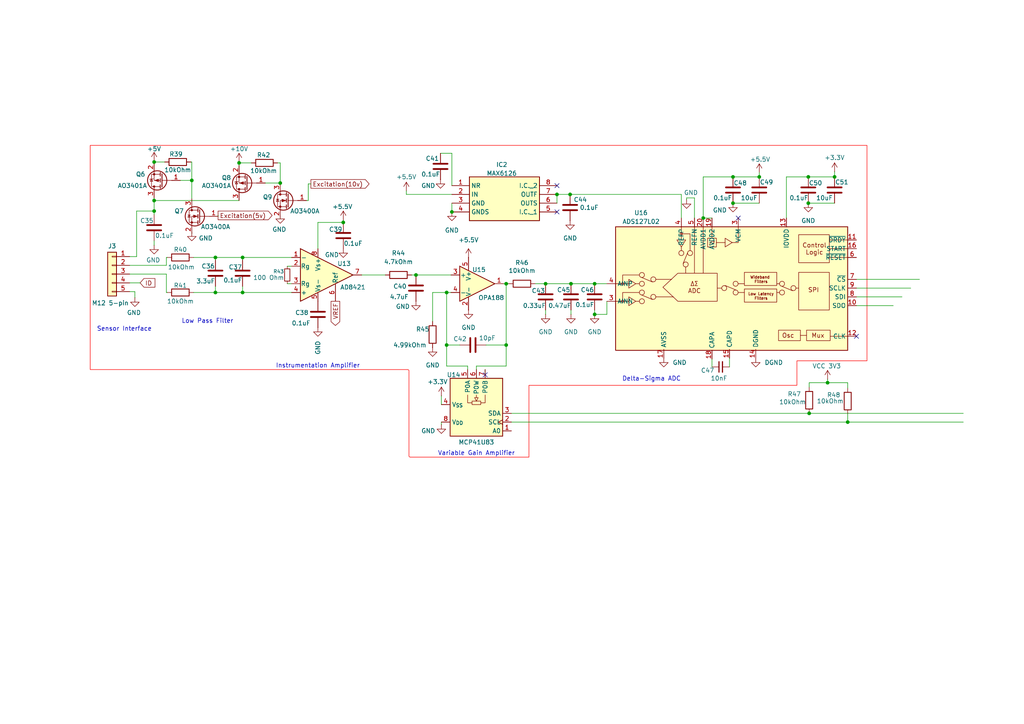
<source format=kicad_sch>
(kicad_sch (version 20250114) (generator "eeschema") (generator_version "9.0")
  (paper "A4")
  (lib_symbols
    (symbol "Amplifier_Instrumentation:AD8421" (pin_names (offset 0.127))
      (property "Reference" "U" (at 3.81 7.62 0))
      (property "Value" "AD8421" (at 3.81 5.08 0))
      (symbol "AD8421_0_1"
        (polyline (pts (xy -7.62 7.62) (xy -7.62 -7.62) (xy 7.62 0) (xy -7.62 7.62)) (stroke (width 0.254)) (fill (type background)))
      )
      (symbol "AD8421_1_1"
        (pin input line (at -10.16 5.08 0) (length 2.54) (name "-") (number "1"))
        (pin passive line (at -10.16 2.54 0) (length 2.54) (name "Rg") (number "2"))
        (pin passive line (at -10.16 -2.54 0) (length 2.54) (name "Rg") (number "3"))
        (pin input line (at -10.16 -5.08 0) (length 2.54) (name "+") (number "4"))
        (pin power_in line (at -2.54 7.62 270) (length 2.54) (name "Vs+") (number "8"))
        (pin power_in line (at -2.54 -7.62 90) (length 2.54) (name "Vs-") (number "5"))
        (pin passive line (at 2.54 -7.62 90) (length 5.08) (name "Ref") (number "6"))
        (pin output line (at 10.16 0 180) (length 2.54) (name "~") (number "7"))
      )
    )
    (symbol "Amplifier_Operational:OPA188xxDBV" (pin_names (offset 0.127))
      (property "Reference" "U" (at 0 5.08 0))
      (property "Value" "OPA188xxDBV" (at 0 -5.08 0))
      (symbol "OPA188xxDBV_0_1"
        (polyline (pts (xy -5.08 5.08) (xy 5.08 0) (xy -5.08 -5.08) (xy -5.08 5.08)) (stroke (width 0.254)) (fill (type background)))
        (pin power_in line (at -2.54 7.62 270) (length 3.81) (name "V+") (number "5"))
        (pin power_in line (at -2.54 -7.62 90) (length 3.81) (name "V-") (number "2"))
      )
      (symbol "OPA188xxDBV_1_1"
        (pin input line (at -7.62 2.54 0) (length 2.54) (name "+") (number "3"))
        (pin input line (at -7.62 -2.54 0) (length 2.54) (name "-") (number "4"))
        (pin output line (at 7.62 0 180) (length 2.54) (name "~") (number "1"))
      )
    )
    (symbol "Connector_Generic:Conn_01x05" (pin_names (offset 1.016) (hide yes))
      (property "Reference" "J" (at 0 7.62 0))
      (property "Value" "Conn_01x05" (at 0 -7.62 0))
      (symbol "Conn_01x05_1_1"
        (rectangle (start -1.27 6.35) (end 1.27 -6.35) (stroke (width 0.254)) (fill (type background)))
        (rectangle (start -1.27 5.207) (end 0 4.953) (stroke (width 0.1524)))
        (rectangle (start -1.27 2.667) (end 0 2.413) (stroke (width 0.1524)))
        (rectangle (start -1.27 0.127) (end 0 -0.127) (stroke (width 0.1524)))
        (rectangle (start -1.27 -2.413) (end 0 -2.667) (stroke (width 0.1524)))
        (rectangle (start -1.27 -4.953) (end 0 -5.207) (stroke (width 0.1524)))
        (pin passive line (at -5.08 5.08 0) (length 3.81) (name "Pin_1") (number "1"))
        (pin passive line (at -5.08 2.54 0) (length 3.81) (name "Pin_2") (number "2"))
        (pin passive line (at -5.08 0 0) (length 3.81) (name "Pin_3") (number "3"))
        (pin passive line (at -5.08 -2.54 0) (length 3.81) (name "Pin_4") (number "4"))
        (pin passive line (at -5.08 -5.08 0) (length 3.81) (name "Pin_5") (number "5"))
      )
    )
    (symbol "Device:C" (pin_numbers (hide yes)) (pin_names (offset 0.254))
      (property "Reference" "C" (at 0.635 2.54 0))
      (property "Value" "C" (at 0.635 -2.54 0))
      (symbol "C_0_1"
        (polyline (pts (xy -2.032 0.762) (xy 2.032 0.762)) (stroke (width 0.508)))
        (polyline (pts (xy -2.032 -0.762) (xy 2.032 -0.762)) (stroke (width 0.508)))
      )
      (symbol "C_1_1"
        (pin passive line (at 0 3.81 270) (length 2.794) (name "~") (number "1"))
        (pin passive line (at 0 -3.81 90) (length 2.794) (name "~") (number "2"))
      )
    )
    (symbol "Device:C_Small" (pin_numbers (hide yes)) (pin_names (offset 0.254) (hide yes))
      (property "Reference" "C" (at 0.254 1.778 0))
      (property "Value" "C_Small" (at 0.254 -2.032 0))
      (symbol "C_Small_0_1"
        (polyline (pts (xy -1.524 0.508) (xy 1.524 0.508)) (stroke (width 0.3048)))
        (polyline (pts (xy -1.524 -0.508) (xy 1.524 -0.508)) (stroke (width 0.3302)))
      )
      (symbol "C_Small_1_1"
        (pin passive line (at 0 2.54 270) (length 2.032) (name "~") (number "1"))
        (pin passive line (at 0 -2.54 90) (length 2.032) (name "~") (number "2"))
      )
    )
    (symbol "Device:R" (pin_numbers (hide yes)) (pin_names (offset 0))
      (property "Reference" "R" (at 2.032 0 90))
      (property "Value" "R" (at 0 0 90))
      (symbol "R_0_1"
        (rectangle (start -1.016 -2.54) (end 1.016 2.54) (stroke (width 0.254)))
      )
      (symbol "R_1_1"
        (pin passive line (at 0 3.81 270) (length 1.27) (name "~") (number "1"))
        (pin passive line (at 0 -3.81 90) (length 1.27) (name "~") (number "2"))
      )
    )
    (symbol "Device:R_Small" (pin_numbers (hide yes)) (pin_names (offset 0.254) (hide yes))
      (property "Reference" "R" (at 0 0 90))
      (property "Value" "R_Small" (at 1.778 0 90))
      (symbol "R_Small_0_1"
        (rectangle (start -0.762 1.778) (end 0.762 -1.778) (stroke (width 0.2032)))
      )
      (symbol "R_Small_1_1"
        (pin passive line (at 0 2.54 270) (length 0.762) (name "~") (number "1"))
        (pin passive line (at 0 -2.54 90) (length 0.762) (name "~") (number "2"))
      )
    )
    (symbol "MAX6126A30+T:MAX6126A30+T"
      (property "Reference" "IC" (at 26.67 7.62 0))
      (property "Value" "MAX6126A30+T" (at 26.67 5.08 0))
      (symbol "MAX6126A30+T_1_1"
        (rectangle (start 5.08 2.54) (end 25.4 -10.16) (stroke (width 0.254)) (fill (type background)))
        (pin passive line (at 0 0 0) (length 5.08) (name "NR") (number "1"))
        (pin passive line (at 0 -2.54 0) (length 5.08) (name "IN") (number "2"))
        (pin passive line (at 0 -5.08 0) (length 5.08) (name "GND") (number "3"))
        (pin passive line (at 0 -7.62 0) (length 5.08) (name "GNDS") (number "4"))
        (pin passive line (at 30.48 0 180) (length 5.08) (name "I.C._2") (number "8"))
        (pin passive line (at 30.48 -2.54 180) (length 5.08) (name "OUTF") (number "7"))
        (pin passive line (at 30.48 -5.08 180) (length 5.08) (name "OUTS") (number "6"))
        (pin passive line (at 30.48 -7.62 180) (length 5.08) (name "I.C._1") (number "5"))
      )
    )
    (symbol "Potentiometer_Digital:MCP4151-xxxx-P"
      (property "Reference" "U7" (at -6.604 11.176 0))
      (property "Value" "MCP41U83" (at 0 -8.382 0))
      (symbol "MCP4151-xxxx-P_0_0"
        (pin power_in line (at -10.16 2.54 0) (length 2.54) (name "V_{SS}") (number "4"))
        (pin power_in line (at -10.16 -2.54 0) (length 2.54) (name "V_{DD}") (number "8"))
        (pin passive line (at -2.54 12.7 270) (length 2.54) (name "P0A") (number "5"))
        (pin passive line (at 0 12.7 270) (length 2.54) (name "P0W") (number "6"))
        (pin passive line (at 2.54 12.7 270) (length 2.54) (name "P0B") (number "7"))
        (pin input clock (at 10.16 -2.54 180) (length 2.54) (name "SCL") (number "2"))
      )
      (symbol "MCP4151-xxxx-P_0_1"
        (polyline (pts (xy -2.54 5.334) (xy -2.54 3.048) (xy -1.27 3.048)))
        (rectangle (start -1.27 2.54) (end 1.27 3.556))
        (polyline (pts (xy -0.508 4.572) (xy 0 3.556) (xy 0.508 4.572) (xy -0.508 4.572)))
        (polyline (pts (xy 0 4.572) (xy 0 5.334)))
        (polyline (pts (xy 1.27 3.048) (xy 2.54 3.048) (xy 2.54 5.334)))
      )
      (symbol "MCP4151-xxxx-P_1_0"
        (pin output line (at 10.16 0 180) (length 2.54) (name "SDA") (number "3"))
        (pin input line (at 10.16 -5.08 180) (length 2.54) (name "A0") (number "1"))
      )
      (symbol "MCP4151-xxxx-P_1_1"
        (rectangle (start -7.62 10.16) (end 7.62 -6.604) (stroke (width 0.254)) (fill (type background)))
      )
    )
    (symbol "Transistor_FET:AO3400A" (pin_names (offset 0) (hide yes))
      (property "Reference" "Q" (at 5.08 1.905 0))
      (property "Value" "AO3400A" (at 5.08 0 0))
      (symbol "AO3400A_0_1"
        (polyline (pts (xy 0.254 1.905) (xy 0.254 -1.905)) (stroke (width 0.254)))
        (polyline (pts (xy 0.254 0) (xy -2.54 0)))
        (polyline (pts (xy 0.762 2.286) (xy 0.762 1.27)) (stroke (width 0.254)))
        (polyline (pts (xy 0.762 0.508) (xy 0.762 -0.508)) (stroke (width 0.254)))
        (polyline (pts (xy 0.762 -1.27) (xy 0.762 -2.286)) (stroke (width 0.254)))
        (polyline (pts (xy 0.762 -1.778) (xy 3.302 -1.778) (xy 3.302 1.778) (xy 0.762 1.778)))
        (polyline (pts (xy 1.016 0) (xy 2.032 0.381) (xy 2.032 -0.381) (xy 1.016 0)) (fill (type outline)))
        (circle (center 1.651 0) (radius 2.794) (stroke (width 0.254)))
        (polyline (pts (xy 2.54 2.54) (xy 2.54 1.778)))
        (circle (center 2.54 1.778) (radius 0.254) (fill (type outline)))
        (circle (center 2.54 -1.778) (radius 0.254) (fill (type outline)))
        (polyline (pts (xy 2.54 -2.54) (xy 2.54 0) (xy 0.762 0)))
        (polyline (pts (xy 2.921 0.381) (xy 3.683 0.381)))
        (polyline (pts (xy 3.302 0.381) (xy 2.921 -0.254) (xy 3.683 -0.254) (xy 3.302 0.381)))
      )
      (symbol "AO3400A_1_1"
        (pin input line (at -5.08 0 0) (length 2.54) (name "G") (number "1"))
        (pin passive line (at 2.54 5.08 270) (length 2.54) (name "D") (number "3"))
        (pin passive line (at 2.54 -5.08 90) (length 2.54) (name "S") (number "2"))
      )
    )
    (symbol "Transistor_FET:AO3401A" (pin_names (hide yes))
      (property "Reference" "Q" (at 5.08 1.905 0))
      (property "Value" "AO3401A" (at 5.08 0 0))
      (symbol "AO3401A_0_1"
        (polyline (pts (xy 0.254 1.905) (xy 0.254 -1.905)) (stroke (width 0.254)))
        (polyline (pts (xy 0.254 0) (xy -2.54 0)))
        (polyline (pts (xy 0.762 2.286) (xy 0.762 1.27)) (stroke (width 0.254)))
        (polyline (pts (xy 0.762 1.778) (xy 3.302 1.778) (xy 3.302 -1.778) (xy 0.762 -1.778)))
        (polyline (pts (xy 0.762 0.508) (xy 0.762 -0.508)) (stroke (width 0.254)))
        (polyline (pts (xy 0.762 -1.27) (xy 0.762 -2.286)) (stroke (width 0.254)))
        (circle (center 1.651 0) (radius 2.794) (stroke (width 0.254)))
        (polyline (pts (xy 2.286 0) (xy 1.27 0.381) (xy 1.27 -0.381) (xy 2.286 0)) (fill (type outline)))
        (polyline (pts (xy 2.54 2.54) (xy 2.54 1.778)))
        (circle (center 2.54 1.778) (radius 0.254) (fill (type outline)))
        (circle (center 2.54 -1.778) (radius 0.254) (fill (type outline)))
        (polyline (pts (xy 2.54 -2.54) (xy 2.54 0) (xy 0.762 0)))
        (polyline (pts (xy 2.794 -0.508) (xy 2.921 -0.381) (xy 3.683 -0.381) (xy 3.81 -0.254)))
        (polyline (pts (xy 3.302 -0.381) (xy 2.921 0.254) (xy 3.683 0.254) (xy 3.302 -0.381)))
      )
      (symbol "AO3401A_1_1"
        (pin input line (at -5.08 0 0) (length 2.54) (name "G") (number "1"))
        (pin passive line (at 2.54 5.08 270) (length 2.54) (name "D") (number "3"))
        (pin passive line (at 2.54 -5.08 90) (length 2.54) (name "S") (number "2"))
      )
    )
    (symbol "gp-components:ADS127L02xRUK"
      (property "Reference" "U" (at -29.972 19.304 0))
      (property "Value" "ADS127L02xRUK" (at 53.086 -35.306 0))
      (symbol "ADS127L02xRUK_0_1"
        (rectangle (start -30.48 17.78) (end 36.83 -18.034) (stroke (width 0.254)) (fill (type background)))
        (polyline (pts (xy -30.48 1.27) (xy -26.67 1.27)))
        (polyline (pts (xy -30.48 -3.81) (xy -26.67 -3.81)))
        (circle (center -28.448 1.27) (radius 0.3592))
        (circle (center -28.448 -3.81) (radius 0.3592))
        (polyline (pts (xy -24.638 1.27) (xy -23.622 1.27)))
        (polyline (pts (xy -24.638 1.27) (xy -26.67 2.54) (xy -26.67 0) (xy -24.638 1.27)))
        (polyline (pts (xy -24.638 -3.81) (xy -23.622 -3.81)))
        (polyline (pts (xy -24.638 -3.81) (xy -26.67 -2.54) (xy -26.67 -5.08) (xy -24.638 -3.81)))
        (polyline (pts (xy -23.622 3.81) (xy -28.448 3.81) (xy -28.448 1.27)))
        (polyline (pts (xy -23.622 -1.27) (xy -28.448 -1.27) (xy -28.448 -3.81)))
        (circle (center -22.86 3.81) (radius 0.7184))
        (polyline (pts (xy -22.86 3.048) (xy -19.812 1.778)))
        (circle (center -22.86 1.27) (radius 0.7184))
        (circle (center -22.86 -1.27) (radius 0.7184))
        (polyline (pts (xy -22.86 -2.032) (xy -19.812 -3.302)))
        (circle (center -22.86 -3.81) (radius 0.7184))
        (circle (center -19.558 2.54) (radius 0.7184))
        (circle (center -19.558 -2.54) (radius 0.7184))
        (polyline (pts (xy -18.796 2.54) (xy -14.224 2.54)))
        (polyline (pts (xy -18.796 -2.54) (xy -13.716 -2.54)))
        (polyline (pts (xy -16.764 0.254) (xy -12.446 4.318) (xy -1.016 4.318) (xy -1.016 -3.81) (xy -12.446 -3.81) (xy -16.764 0.254)))
        (polyline (pts (xy -11.43 17.78) (xy -11.43 13.97)))
        (circle (center -11.43 15.748) (radius 0.3592))
        (polyline (pts (xy -11.43 11.938) (xy -11.43 10.922)))
        (polyline (pts (xy -11.43 11.938) (xy -10.16 13.97) (xy -12.7 13.97) (xy -11.43 11.938)))
        (circle (center -11.43 10.16) (radius 0.7184))
        (circle (center -10.16 6.858) (radius 0.7184))
        (polyline (pts (xy -10.16 6.096) (xy -10.16 4.318)))
        (polyline (pts (xy -9.652 10.16) (xy -10.922 7.112)))
        (polyline (pts (xy -8.89 10.922) (xy -8.89 15.748) (xy -11.43 15.748)))
        (circle (center -8.89 10.16) (radius 0.7184))
        (polyline (pts (xy -7.62 17.78) (xy -7.62 4.318)))
        (polyline (pts (xy -5.08 17.78) (xy -5.08 4.318)))
        (rectangle (start -3.81 14.478) (end -1.27 11.938))
        (polyline (pts (xy -2.54 14.478) (xy -2.54 17.78)))
        (polyline (pts (xy -1.016 0) (xy 0.254 0)))
        (circle (center 1.016 0) (radius 0.7184))
        (polyline (pts (xy 1.27 13.208) (xy -1.27 13.208)))
        (polyline (pts (xy 3.302 13.208) (xy 5.08 13.208) (xy 5.08 17.78)))
        (polyline (pts (xy 3.302 13.208) (xy 1.27 14.478) (xy 1.27 11.938) (xy 3.302 13.208)))
        (circle (center 4.318 1.27) (radius 0.7184))
        (polyline (pts (xy 4.318 -0.508) (xy 1.27 0.762)))
        (circle (center 4.318 -1.27) (radius 0.7184))
        (polyline (pts (xy 5.08 1.27) (xy 6.858 1.27)))
        (polyline (pts (xy 5.08 -1.27) (xy 6.858 -1.27)))
        (rectangle (start 6.858 4.572) (end 16.256 0.762))
        (rectangle (start 6.858 -0.254) (end 16.256 -4.064))
        (rectangle (start 16.764 -12.192) (end 23.114 -15.24))
        (polyline (pts (xy 17.018 1.27) (xy 16.256 1.27)))
        (polyline (pts (xy 17.018 -1.27) (xy 16.256 -1.27)))
        (circle (center 17.78 1.27) (radius 0.7184))
        (polyline (pts (xy 17.78 0.508) (xy 20.828 -0.762)))
        (circle (center 17.78 -1.27) (radius 0.7184))
        (circle (center 21.082 0) (radius 0.7184))
        (polyline (pts (xy 21.844 0) (xy 22.352 0) (xy 22.606 0)))
        (rectangle (start 22.606 15.494) (end 31.496 7.366))
        (rectangle (start 22.606 4.572) (end 31.496 -6.35))
        (polyline (pts (xy 23.114 -13.716) (xy 24.892 -13.716)))
        (rectangle (start 24.892 -12.192) (end 31.75 -15.24))
        (polyline (pts (xy 31.75 -13.97) (xy 36.83 -13.97)))
        (polyline (pts (xy 36.83 13.97) (xy 31.496 13.97)))
        (polyline (pts (xy 36.83 11.43) (xy 31.496 11.43)))
        (polyline (pts (xy 36.83 8.89) (xy 31.496 8.89)))
      )
      (symbol "ADS127L02xRUK_1_1"
        (text "ΔΣ\nADC\n" (at -7.62 0.254 0) (effects (font (size 1.27 1.27))))
        (text "/2\n" (at -2.54 13.208 0) (effects (font (size 0.8 0.8))))
        (text "Wideband \nFilters\n" (at 11.684 2.54 0) (effects (font (size 0.8 0.8))))
        (text "Low Latency\nFilters\n" (at 11.684 -2.286 0) (effects (font (size 0.8 0.8))))
        (text "Osc" (at 19.558 -13.716 0) (effects (font (size 1.27 1.27))))
        (text "SPI\n" (at 26.924 -0.508 0) (effects (font (size 1.27 1.27))))
        (text "Control\nLogic" (at 27.178 11.43 0) (effects (font (size 1.27 1.27))))
        (text "Mux" (at 28.194 -13.716 0) (effects (font (size 1.27 1.27))))
        (pin input line (at -33.02 1.27 0) (length 2.54) (name "AINP") (number "4"))
        (pin input line (at -33.02 -3.81 0) (length 2.54) (name "AINN") (number "3"))
        (pin power_in line (at -16.51 -20.32 90) (length 2.54) (name "AVSS") (number "17"))
        (pin input line (at -11.43 20.32 270) (length 2.54) (name "REFP") (number "4"))
        (pin input line (at -7.62 20.32 270) (length 2.54) (name "REFN") (number "5"))
        (pin passive line (at -5.08 27.94 270) (length 2.54) (hide yes) (name "AVDD") (number "32"))
        (pin power_in line (at -5.08 20.32 270) (length 2.54) (name "AVDD1") (number "20"))
        (pin power_in line (at -2.54 20.32 270) (length 2.54) (name "AVDD2") (number "19"))
        (pin output line (at -2.54 -20.574 90) (length 2.54) (name "CAPA") (number "18"))
        (pin passive line (at -2.54 -27.94 90) (length 2.54) (hide yes) (name "AGND") (number "31"))
        (pin output line (at 2.54 -20.32 90) (length 2.54) (name "CAPD") (number "15"))
        (pin output line (at 5.08 20.32 270) (length 2.54) (name "VCM") (number "3"))
        (pin power_in line (at 10.16 -20.32 90) (length 2.54) (name "DGND") (number "14"))
        (pin power_in line (at 19.05 20.32 270) (length 2.54) (name "IOVDD") (number "13"))
        (pin output line (at 39.37 13.97 180) (length 2.54) (name "~{DRDY}") (number "11"))
        (pin input line (at 39.37 11.43 180) (length 2.54) (name "START") (number "16"))
        (pin input line (at 39.37 8.89 180) (length 2.54) (name "~{RESET}") (number "6"))
        (pin input line (at 39.37 2.54 180) (length 2.54) (name "~{CS}") (number "7"))
        (pin input line (at 39.37 0 180) (length 2.54) (name "SCLK") (number "9"))
        (pin input line (at 39.37 -2.54 180) (length 2.54) (name "SDI") (number "8"))
        (pin output line (at 39.37 -5.08 180) (length 2.54) (name "SDO") (number "10"))
        (pin input line (at 39.37 -13.97 180) (length 2.54) (name "CLK") (number "12"))
      )
    )
    (symbol "power:+10V" (power) (pin_numbers (hide yes)) (pin_names (offset 0) (hide yes))
      (property "Value" "+10V" (at 0 3.556 0))
      (symbol "+10V_0_1"
        (polyline (pts (xy -0.762 1.27) (xy 0 2.54)))
        (polyline (pts (xy 0 2.54) (xy 0.762 1.27)))
        (polyline (pts (xy 0 0) (xy 0 2.54)))
      )
      (symbol "+10V_1_1"
        (pin power_in line (at 0 0 90) (length 0) (name "~") (number "1"))
      )
    )
    (symbol "power:+5V" (power) (pin_numbers (hide yes)) (pin_names (offset 0) (hide yes))
      (property "Value" "+5V" (at 0 3.556 0))
      (symbol "+5V_0_1"
        (polyline (pts (xy -0.762 1.27) (xy 0 2.54)))
        (polyline (pts (xy 0 2.54) (xy 0.762 1.27)))
        (polyline (pts (xy 0 0) (xy 0 2.54)))
      )
      (symbol "+5V_1_1"
        (pin power_in line (at 0 0 90) (length 0) (name "~") (number "1"))
      )
    )
    (symbol "power:GND" (power) (pin_numbers (hide yes)) (pin_names (offset 0) (hide yes))
      (property "Value" "GND" (at 0 -3.81 0))
      (symbol "GND_0_1"
        (polyline (pts (xy 0 0) (xy 0 -1.27) (xy 1.27 -1.27) (xy 0 -2.54) (xy -1.27 -1.27) (xy 0 -1.27)))
      )
      (symbol "GND_1_1"
        (pin power_in line (at 0 0 270) (length 0) (name "~") (number "1"))
      )
    )
    (symbol "power:VCC" (power) (pin_numbers (hide yes)) (pin_names (offset 0) (hide yes))
      (property "Value" "VCC" (at 0 3.556 0))
      (symbol "VCC_0_1"
        (polyline (pts (xy -0.762 1.27) (xy 0 2.54)))
        (polyline (pts (xy 0 2.54) (xy 0.762 1.27)))
        (polyline (pts (xy 0 0) (xy 0 2.54)))
      )
      (symbol "VCC_1_1"
        (pin power_in line (at 0 0 90) (length 0) (name "~") (number "1"))
      )
    )
  )
  (text "Low Pass Filter\n" (at 60.198 93.218 0) (effects (font (size 1.27 1.27))))
  (text "Sensor Interface" (at 36.068 95.504 0) (effects (font (size 1.27 1.27))))
  (text "Instrumentation Amplifier" (at 92.202 106.172 0) (effects (font (size 1.27 1.27))))
  (text "Delta-Sigma ADC" (at 188.976 109.982 0) (effects (font (size 1.27 1.27))))
  (text "Variable Gain Amplifier\n" (at 138.176 131.572 0) (effects (font (size 1.27 1.27))))
  (junction (at 62.484 74.676))
  (junction (at 158.242 82.296))
  (junction (at 129.54 84.836))
  (junction (at 172.466 82.296))
  (junction (at 99.568 64.516))
  (junction (at 69.342 47.244))
  (junction (at 44.704 61.214))
  (junction (at 81.28 53.086))
  (junction (at 203.962 63.246))
  (junction (at 234.442 58.928))
  (junction (at 62.484 84.836))
  (junction (at 146.812 100.076))
  (junction (at 165.608 82.296))
  (junction (at 131.064 61.468))
  (junction (at 120.65 79.756))
  (junction (at 161.544 56.388))
  (junction (at 70.358 74.676))
  (junction (at 165.354 56.388))
  (junction (at 212.598 51.308))
  (junction (at 240.03 110.998))
  (junction (at 146.812 82.296))
  (junction (at 70.358 84.836))
  (junction (at 245.872 122.428))
  (junction (at 234.696 119.888))
  (junction (at 220.218 51.308))
  (junction (at 172.466 91.186))
  (junction (at 129.54 100.076))
  (junction (at 234.442 51.308))
  (junction (at 242.062 51.308))
  (junction (at 55.626 52.324))
  (junction (at 212.598 58.928))
  (junction (at 44.704 58.166))
  (junction (at 44.704 46.99))
  (no_connect (at 140.716 108.712))
  (no_connect (at 214.122 63.246))
  (no_connect (at 161.544 53.848))
  (no_connect (at 161.544 61.468))
  (no_connect (at 248.412 97.536))
  (wire (pts (xy 165.608 82.296) (xy 172.466 82.296)))
  (wire (pts (xy 129.54 84.836) (xy 129.54 100.076)))
  (wire (pts (xy 70.358 83.058) (xy 70.358 84.836)))
  (wire (pts (xy 206.502 104.14) (xy 206.502 106.426)))
  (wire (pts (xy 234.696 119.888) (xy 279.4 119.888)))
  (wire (pts (xy 56.134 74.676) (xy 62.484 74.676)))
  (wire (pts (xy 83.312 82.296) (xy 84.582 82.296)))
  (wire (pts (xy 52.324 52.324) (xy 55.626 52.324)))
  (wire (pts (xy 70.358 74.422) (xy 70.358 74.676)))
  (wire (pts (xy 76.962 53.086) (xy 81.28 53.086)))
  (wire (pts (xy 240.03 109.982) (xy 240.03 110.998)))
  (wire (pts (xy 245.872 112.522) (xy 245.872 110.998)))
  (wire (pts (xy 201.422 57.404) (xy 201.422 63.246)))
  (wire (pts (xy 119.38 79.756) (xy 120.65 79.756)))
  (wire (pts (xy 128.016 114.808) (xy 128.016 117.348)))
  (wire (pts (xy 172.466 82.296) (xy 176.022 82.296)))
  (wire (pts (xy 39.624 61.214) (xy 44.704 61.214)))
  (wire (pts (xy 140.716 108.712) (xy 140.716 107.188)))
  (wire (pts (xy 44.704 57.404) (xy 44.704 58.166)))
  (wire (pts (xy 140.97 100.076) (xy 146.812 100.076)))
  (wire (pts (xy 99.568 64.516) (xy 99.568 63.754)))
  (wire (pts (xy 120.65 79.756) (xy 130.81 79.756)))
  (wire (pts (xy 44.704 46.99) (xy 44.704 47.244)))
  (wire (pts (xy 165.608 89.916) (xy 165.608 91.186)))
  (wire (pts (xy 203.962 51.308) (xy 212.598 51.308)))
  (wire (pts (xy 37.592 84.582) (xy 39.116 84.582)))
  (wire (pts (xy 197.612 56.388) (xy 197.612 63.246)))
  (wire (pts (xy 158.242 91.186) (xy 158.242 89.916)))
  (wire (pts (xy 228.092 51.308) (xy 234.442 51.308)))
  (wire (pts (xy 172.466 91.186) (xy 172.466 89.916)))
  (wire (pts (xy 92.202 64.516) (xy 92.202 72.136)))
  (wire (pts (xy 203.962 63.246) (xy 206.502 63.246)))
  (wire (pts (xy 70.358 74.422) (xy 70.612 74.422)))
  (wire (pts (xy 172.466 91.186) (xy 176.022 91.186)))
  (wire (pts (xy 234.696 112.268) (xy 234.696 110.998)))
  (wire (pts (xy 248.412 86.106) (xy 261.62 86.106)))
  (wire (pts (xy 242.062 49.784) (xy 242.062 51.308)))
  (wire (pts (xy 165.354 56.388) (xy 197.612 56.388)))
  (wire (pts (xy 161.544 56.388) (xy 161.544 58.928)))
  (wire (pts (xy 148.336 122.428) (xy 245.872 122.428)))
  (wire (pts (xy 81.28 47.244) (xy 81.28 53.086)))
  (wire (pts (xy 48.26 76.962) (xy 37.592 76.962)))
  (wire (pts (xy 44.704 58.166) (xy 69.342 58.166)))
  (wire (pts (xy 203.962 51.308) (xy 203.962 63.246)))
  (wire (pts (xy 89.408 53.34) (xy 89.408 58.166)))
  (wire (pts (xy 63.246 62.738) (xy 63.246 62.484)))
  (wire (pts (xy 138.176 106.172) (xy 138.176 107.188)))
  (wire (pts (xy 176.022 91.186) (xy 176.022 87.376)))
  (wire (pts (xy 131.064 61.468) (xy 131.064 58.928)))
  (wire (pts (xy 199.136 57.912) (xy 199.136 57.404)))
  (wire (pts (xy 211.582 103.886) (xy 211.582 106.426)))
  (wire (pts (xy 55.626 46.99) (xy 55.626 52.324)))
  (wire (pts (xy 242.062 58.928) (xy 234.442 58.928)))
  (wire (pts (xy 48.26 84.836) (xy 48.514 84.836)))
  (wire (pts (xy 220.218 51.308) (xy 212.598 51.308)))
  (wire (pts (xy 129.54 84.836) (xy 125.476 84.836)))
  (wire (pts (xy 129.54 106.172) (xy 129.54 100.076)))
  (wire (pts (xy 89.408 53.34) (xy 90.17 53.34)))
  (wire (pts (xy 48.26 84.836) (xy 48.26 79.502)))
  (wire (pts (xy 44.704 69.85) (xy 44.704 71.12)))
  (wire (pts (xy 89.408 58.166) (xy 88.9 58.166)))
  (wire (pts (xy 62.484 74.676) (xy 70.358 74.676)))
  (wire (pts (xy 80.518 47.244) (xy 81.28 47.244)))
  (wire (pts (xy 128.016 122.428) (xy 128.016 123.19)))
  (wire (pts (xy 70.358 74.676) (xy 70.358 75.438)))
  (wire (pts (xy 81.28 63.246) (xy 81.28 62.23)))
  (wire (pts (xy 70.358 84.836) (xy 84.582 84.836)))
  (wire (pts (xy 146.812 82.296) (xy 146.812 100.076)))
  (wire (pts (xy 39.116 84.582) (xy 39.116 86.36)))
  (wire (pts (xy 146.05 82.296) (xy 146.812 82.296)))
  (wire (pts (xy 62.484 74.676) (xy 62.484 75.438)))
  (wire (pts (xy 48.26 79.502) (xy 37.592 79.502)))
  (wire (pts (xy 39.624 74.422) (xy 37.592 74.422)))
  (wire (pts (xy 83.312 77.216) (xy 84.582 77.216)))
  (wire (pts (xy 48.26 74.676) (xy 48.514 74.676)))
  (wire (pts (xy 44.704 58.166) (xy 44.704 61.214)))
  (wire (pts (xy 155.194 82.296) (xy 158.242 82.296)))
  (wire (pts (xy 62.484 84.836) (xy 70.358 84.836)))
  (wire (pts (xy 161.544 56.388) (xy 165.354 56.388)))
  (wire (pts (xy 55.372 46.99) (xy 55.626 46.99)))
  (wire (pts (xy 245.872 120.142) (xy 245.872 122.428)))
  (wire (pts (xy 245.872 122.428) (xy 279.4 122.428)))
  (wire (pts (xy 69.342 47.244) (xy 72.898 47.244)))
  (wire (pts (xy 146.812 82.296) (xy 147.574 82.296)))
  (wire (pts (xy 129.54 100.076) (xy 133.35 100.076)))
  (wire (pts (xy 62.484 83.058) (xy 62.484 84.836)))
  (wire (pts (xy 39.624 61.214) (xy 39.624 74.422)))
  (wire (pts (xy 248.412 81.026) (xy 266.7 81.026)))
  (wire (pts (xy 104.902 79.756) (xy 111.76 79.756)))
  (wire (pts (xy 245.872 110.998) (xy 240.03 110.998)))
  (wire (pts (xy 199.136 57.404) (xy 201.422 57.404)))
  (wire (pts (xy 69.342 46.99) (xy 69.342 47.244)))
  (wire (pts (xy 148.336 119.888) (xy 234.696 119.888)))
  (wire (pts (xy 55.626 52.324) (xy 55.626 57.658)))
  (wire (pts (xy 127.762 44.45) (xy 131.064 44.45)))
  (wire (pts (xy 69.342 47.244) (xy 69.342 48.006)))
  (wire (pts (xy 117.856 55.372) (xy 117.856 56.388)))
  (wire (pts (xy 228.092 51.308) (xy 228.092 63.246)))
  (wire (pts (xy 242.062 51.308) (xy 234.442 51.308)))
  (wire (pts (xy 55.626 67.818) (xy 55.626 67.31)))
  (wire (pts (xy 130.81 84.836) (xy 129.54 84.836)))
  (wire (pts (xy 135.636 106.172) (xy 135.636 107.188)))
  (wire (pts (xy 99.568 64.516) (xy 92.202 64.516)))
  (wire (pts (xy 158.242 82.296) (xy 165.608 82.296)))
  (wire (pts (xy 44.704 46.736) (xy 44.704 46.99)))
  (wire (pts (xy 131.064 44.45) (xy 131.064 53.848)))
  (wire (pts (xy 37.592 82.042) (xy 40.64 82.042)))
  (wire (pts (xy 48.26 74.676) (xy 48.26 76.962)))
  (wire (pts (xy 240.03 110.998) (xy 234.696 110.998)))
  (wire (pts (xy 135.636 106.172) (xy 129.54 106.172)))
  (wire (pts (xy 56.134 84.836) (xy 62.484 84.836)))
  (wire (pts (xy 242.062 51.308) (xy 242.062 51.562)))
  (wire (pts (xy 44.704 62.23) (xy 44.704 61.214)))
  (wire (pts (xy 44.704 46.99) (xy 47.752 46.99)))
  (wire (pts (xy 125.476 84.836) (xy 125.476 93.218)))
  (wire (pts (xy 70.358 74.676) (xy 84.582 74.676)))
  (wire (pts (xy 146.812 100.076) (xy 146.812 106.172)))
  (wire (pts (xy 146.812 106.172) (xy 138.176 106.172)))
  (wire (pts (xy 220.218 58.928) (xy 212.598 58.928)))
  (wire (pts (xy 248.412 88.646) (xy 259.08 88.646)))
  (wire (pts (xy 117.856 56.388) (xy 131.064 56.388)))
  (wire (pts (xy 220.218 50.038) (xy 220.218 51.308)))
  (wire (pts (xy 248.412 83.566) (xy 264.16 83.566)))
  (global_label "ID" (shape input) (at 40.64 82.042 0) (property "Intersheetrefs" "${INTERSHEET_REFS}" (effects (hide yes))))
  (global_label "Excitation(5v)" (shape output) (at 63.246 62.484 0) (property "Intersheetrefs" "${INTERSHEET_REFS}" (effects (hide yes))))
  (global_label "VREF" (shape output) (at 97.282 87.376 270) (property "Intersheetrefs" "${INTERSHEET_REFS}" (effects (hide yes))))
  (global_label "Excitation(10v)" (shape output) (at 90.17 53.34 0) (property "Intersheetrefs" "${INTERSHEET_REFS}" (effects (hide yes))))
  (rule_area (polyline (pts (xy 251.46 104.648) (xy 231.14 104.648) (xy 231.14 111.76) (xy 153.416 111.76) (xy 153.416 132.588) (xy 118.872 132.588) (xy 118.618 132.334) (xy 118.618 107.442) (xy 118.364 107.188) (xy 26.162 107.188) (xy 26.162 42.164) (xy 251.46 42.164))))
  (symbol (lib_id "Amplifier_Operational:OPA188xxDBV") (at 138.43 82.296 0) (unit 1)
    (property "Reference" "U15" (at 138.938 78.232 0))
    (property "Value" "OPA188" (at 142.494 86.36 0))
    (property "Footprint" "Package_TO_SOT_SMD:TSOT-23-5" (effects (hide yes)))
    (property "Datasheet" "http://www.ti.com/lit/ds/symlink/opa188.pdf" (effects (hide yes)))
    (property "Description" "Zero-Drift, Precision, Low-Noise, Rail-to-Rail Output, 36-V Operational Amplifier, TSOT-23-5" (effects (hide yes)))
  )
  (symbol (lib_id "Transistor_FET:AO3400A") (at 83.82 58.166 0) (mirror y) (unit 1)
    (property "Reference" "Q9" (at 78.994 57.15 0) (effects (justify left)))
    (property "Value" "AO3400A" (at 92.71 61.214 0) (effects (justify left)))
    (property "Footprint" "Package_TO_SOT_SMD:SOT-23" (effects (hide yes)))
    (property "Datasheet" "http://www.aosmd.com/pdfs/datasheet/AO3400A.pdf" (effects (hide yes)))
    (property "Description" "30V Vds, 5.7A Id, Logic-Level N-Channel MOSFET, SOT-23" (effects (hide yes)))
  )
  (symbol (lib_id "Device:R") (at 115.57 79.756 270) (unit 1)
    (property "Reference" "R44" (at 115.57 73.406 90))
    (property "Value" "4.7kOhm" (at 115.57 75.946 90))
    (property "Description" "Resistor" (effects (hide yes)))
  )
  (symbol (lib_id "Device:R") (at 52.324 74.676 270) (unit 1)
    (property "Reference" "R40" (at 52.324 72.39 90))
    (property "Value" "10kOhm" (at 52.578 77.47 90))
    (property "Description" "Resistor" (effects (hide yes)))
  )
  (symbol (lib_id "power:GND") (at 131.064 61.468 0) (unit 1)
    (property "Reference" "#PWR0127" (effects (hide yes)))
    (property "Value" "GND" (at 131.064 66.802 0))
    (property "Description" "Power symbol creates a global label with name \"GND\" , ground" (effects (hide yes)))
  )
  (symbol (lib_id "power:GND") (at 199.136 57.912 0) (unit 1)
    (property "Reference" "#PWR0135" (effects (hide yes)))
    (property "Value" "GND" (at 200.406 55.88 0))
    (property "Description" "Power symbol creates a global label with name \"GND\" , ground" (effects (hide yes)))
  )
  (symbol (lib_id "Device:C") (at 44.704 66.04 0) (unit 1)
    (property "Reference" "C35" (at 40.64 64.008 0) (effects (justify left)))
    (property "Value" "0.1uF" (at 44.958 68.326 0) (effects (justify left)))
    (property "Description" "Unpolarized capacitor" (effects (hide yes)))
  )
  (symbol (lib_id "power:VCC") (at 128.016 114.808 0) (unit 1)
    (property "Reference" "#PWR0125" (effects (hide yes)))
    (property "Value" "+3.3V" (at 123.952 110.744 0) (effects (justify left)))
    (property "Description" "Power symbol creates a global label with name \"VCC\"" (effects (hide yes)))
  )
  (symbol (lib_id "power:GND") (at 212.598 58.928 0) (mirror y) (unit 1)
    (property "Reference" "#PWR0137" (effects (hide yes)))
    (property "Value" "GND" (at 208.788 60.96 0))
    (property "Description" "Power symbol creates a global label with name \"GND\" , ground" (effects (hide yes)))
  )
  (symbol (lib_id "Device:C") (at 99.568 68.326 180) (unit 1)
    (property "Reference" "C39" (at 99.314 66.548 0) (effects (justify left)))
    (property "Value" "0.1uF" (at 105.156 70.612 0) (effects (justify left)))
    (property "Description" "Unpolarized capacitor" (effects (hide yes)))
  )
  (symbol (lib_id "power:VCC") (at 242.062 49.784 0) (mirror y) (unit 1)
    (property "Reference" "#PWR0142" (effects (hide yes)))
    (property "Value" "+3.3V" (at 242.062 45.72 0))
    (property "Description" "Power symbol creates a global label with name \"VCC\"" (effects (hide yes)))
  )
  (symbol (lib_id "Device:C") (at 220.218 55.118 0) (mirror y) (unit 1)
    (property "Reference" "C49" (at 224.282 52.832 0) (effects (justify left)))
    (property "Value" "10uF" (at 219.71 57.404 0) (effects (justify left)))
    (property "Description" "Unpolarized capacitor" (effects (hide yes)))
  )
  (symbol (lib_id "Device:C") (at 158.242 86.106 0) (unit 1)
    (property "Reference" "C43" (at 154.178 84.328 0) (effects (justify left)))
    (property "Value" "0.33uF" (at 151.638 88.646 0) (effects (justify left)))
    (property "Description" "Unpolarized capacitor" (effects (hide yes)))
  )
  (symbol (lib_id "Connector_Generic:Conn_01x05") (at 32.512 79.502 0) (mirror y) (unit 1)
    (property "Reference" "J3" (at 32.512 71.374 0))
    (property "Value" "M12 5-pin" (at 32.004 87.884 0))
    (property "Description" "Generic connector, single row, 01x05, script generated (kicad-library-utils/schlib/autogen/connector/)" (effects (hide yes)))
  )
  (symbol (lib_id "power:VCC") (at 99.568 63.754 0) (unit 1)
    (property "Reference" "#PWR0119" (effects (hide yes)))
    (property "Value" "+5.5V" (at 99.314 59.944 0))
    (property "Description" "Power symbol creates a global label with name \"VCC\"" (effects (hide yes)))
  )
  (symbol (lib_id "Device:R") (at 52.324 84.836 90) (unit 1)
    (property "Reference" "R41" (at 52.324 82.804 90))
    (property "Value" "10kOhm" (at 52.324 87.376 90))
    (property "Description" "Resistor" (effects (hide yes)))
  )
  (symbol (lib_id "Device:C_Small") (at 209.042 106.426 90) (unit 1)
    (property "Reference" "C47" (at 205.232 107.442 90))
    (property "Value" "10nF" (at 208.534 109.728 90))
    (property "Description" "Unpolarized capacitor, small symbol" (effects (hide yes)))
  )
  (symbol (lib_id "Device:R") (at 151.384 82.296 270) (unit 1)
    (property "Reference" "R46" (at 151.384 76.2 90))
    (property "Value" "10kOhm" (at 151.384 78.486 90))
    (property "Description" "Resistor" (effects (hide yes)))
  )
  (symbol (lib_id "power:GND") (at 135.89 89.916 0) (unit 1)
    (property "Reference" "#PWR0129" (effects (hide yes)))
    (property "Value" "GND" (at 135.89 94.996 0))
    (property "Description" "Power symbol creates a global label with name \"GND\" , ground" (effects (hide yes)))
  )
  (symbol (lib_id "Transistor_FET:AO3401A") (at 47.244 52.324 180) (unit 1)
    (property "Reference" "Q6" (at 42.164 50.546 0) (effects (justify left)))
    (property "Value" "AO3401A" (at 42.672 53.848 0) (effects (justify left)))
    (property "Footprint" "Package_TO_SOT_SMD:SOT-23" (effects (hide yes)))
    (property "Datasheet" "http://www.aosmd.com/pdfs/datasheet/AO3401A.pdf" (effects (hide yes)))
    (property "Description" "-4.0A Id, -30V Vds, P-Channel MOSFET, SOT-23" (effects (hide yes)))
  )
  (symbol (lib_id "power:GND") (at 219.202 103.886 0) (unit 1)
    (property "Reference" "#PWR0138" (effects (hide yes)))
    (property "Value" "DGND" (at 221.742 105.1559 0) (effects (justify left)))
    (property "Description" "Power symbol creates a global label with name \"GND\" , ground" (effects (hide yes)))
  )
  (symbol (lib_id "power:+10V") (at 69.342 46.99 0) (mirror y) (unit 1)
    (property "Reference" "#PWR0116" (effects (hide yes)))
    (property "Value" "+10V" (at 69.342 43.18 0))
    (property "Description" "Power symbol creates a global label with name \"+10V\"" (effects (hide yes)))
  )
  (symbol (lib_id "power:GND") (at 234.442 58.928 0) (mirror y) (unit 1)
    (property "Reference" "#PWR0140" (effects (hide yes)))
    (property "Value" "GND" (at 234.442 64.008 0))
    (property "Description" "Power symbol creates a global label with name \"GND\" , ground" (effects (hide yes)))
  )
  (symbol (lib_id "power:GND") (at 172.466 91.186 0) (unit 1)
    (property "Reference" "#PWR0133" (effects (hide yes)))
    (property "Value" "GND" (at 172.466 96.266 0))
    (property "Description" "Power symbol creates a global label with name \"GND\" , ground" (effects (hide yes)))
  )
  (symbol (lib_id "power:GND") (at 192.532 103.886 0) (unit 1)
    (property "Reference" "#PWR0134" (effects (hide yes)))
    (property "Value" "GND" (at 195.072 105.1559 0) (effects (justify left)))
    (property "Description" "Power symbol creates a global label with name \"GND\" , ground" (effects (hide yes)))
  )
  (symbol (lib_id "power:VCC") (at 117.856 55.372 0) (unit 1)
    (property "Reference" "#PWR0121" (effects (hide yes)))
    (property "Value" "+5.5V" (at 117.856 51.308 0))
    (property "Description" "Power symbol creates a global label with name \"VCC\"" (effects (hide yes)))
  )
  (symbol (lib_id "Device:R") (at 76.708 47.244 270) (unit 1)
    (property "Reference" "R42" (at 76.454 44.958 90))
    (property "Value" "10kOhm" (at 76.454 49.53 90))
    (property "Description" "Resistor" (effects (hide yes)))
  )
  (symbol (lib_id "power:GND") (at 81.28 62.23 0) (unit 1)
    (property "Reference" "#PWR0117" (effects (hide yes)))
    (property "Value" "GND" (at 83.058 66.548 0) (effects (justify right)))
    (property "Description" "Power symbol creates a global label with name \"GND\" , ground" (effects (hide yes)))
  )
  (symbol (lib_id "power:GND") (at 128.016 123.19 0) (unit 1)
    (property "Reference" "#PWR0126" (effects (hide yes)))
    (property "Value" "GND" (at 124.206 124.968 0))
    (property "Description" "Power symbol creates a global label with name \"GND\" , ground" (effects (hide yes)))
  )
  (symbol (lib_id "Device:C") (at 165.608 86.106 0) (unit 1)
    (property "Reference" "C45" (at 161.544 84.074 0) (effects (justify left)))
    (property "Value" "0.47uF" (at 159.004 88.646 0) (effects (justify left)))
    (property "Description" "Unpolarized capacitor" (effects (hide yes)))
  )
  (symbol (lib_id "power:GND") (at 165.608 91.186 0) (unit 1)
    (property "Reference" "#PWR0132" (effects (hide yes)))
    (property "Value" "GND" (at 165.608 96.266 0))
    (property "Description" "Power symbol creates a global label with name \"GND\" , ground" (effects (hide yes)))
  )
  (symbol (lib_id "Device:R") (at 245.872 116.332 180) (unit 1)
    (property "Reference" "R48" (at 241.808 114.554 0))
    (property "Value" "10kOhm" (at 240.792 116.332 0))
    (property "Description" "Resistor" (effects (hide yes)))
  )
  (symbol (lib_id "Device:C") (at 127.762 48.26 0) (unit 1)
    (property "Reference" "C41" (at 123.444 45.974 0) (effects (justify left)))
    (property "Value" "0.1uF" (at 122.174 50.546 0) (effects (justify left)))
    (property "Description" "Unpolarized capacitor" (effects (hide yes)))
  )
  (symbol (lib_id "Device:C") (at 92.202 91.186 0) (unit 1)
    (property "Reference" "C38" (at 85.598 90.678 0) (effects (justify left)))
    (property "Value" "0.1uF" (at 84.582 93.726 0) (effects (justify left)))
    (property "Description" "Unpolarized capacitor" (effects (hide yes)))
  )
  (symbol (lib_id "Transistor_FET:AO3401A") (at 71.882 53.086 180) (unit 1)
    (property "Reference" "Q8" (at 67.056 51.562 0) (effects (justify left)))
    (property "Value" "AO3401A" (at 67.056 53.848 0) (effects (justify left)))
    (property "Footprint" "Package_TO_SOT_SMD:SOT-23" (effects (hide yes)))
    (property "Datasheet" "http://www.aosmd.com/pdfs/datasheet/AO3401A.pdf" (effects (hide yes)))
    (property "Description" "-4.0A Id, -30V Vds, P-Channel MOSFET, SOT-23" (effects (hide yes)))
  )
  (symbol (lib_id "power:GND") (at 99.568 72.136 0) (unit 1)
    (property "Reference" "#PWR0120" (effects (hide yes)))
    (property "Value" "GND" (at 96.266 73.914 0))
    (property "Description" "Power symbol creates a global label with name \"GND\" , ground" (effects (hide yes)))
  )
  (symbol (lib_id "Amplifier_Instrumentation:AD8421") (at 94.742 79.756 0) (unit 1)
    (property "Reference" "U13" (at 99.822 76.454 0))
    (property "Value" "AD8421" (at 102.362 83.312 0))
    (property "Datasheet" "https://www.analog.com/media/en/technical-documentation/data-sheets/AD8421.pdf" (effects (hide yes)))
    (property "Description" "Single Low Power Instrumentation Amplifier, SOIC-8/MSOP-8" (effects (hide yes)))
  )
  (symbol (lib_id "power:GND") (at 165.354 64.008 0) (unit 1)
    (property "Reference" "#PWR0131" (effects (hide yes)))
    (property "Value" "GND" (at 165.354 69.088 0))
    (property "Description" "Power symbol creates a global label with name \"GND\" , ground" (effects (hide yes)))
  )
  (symbol (lib_id "Device:R") (at 51.562 46.99 270) (unit 1)
    (property "Reference" "R39" (at 51.054 44.704 90))
    (property "Value" "10kOhm" (at 51.562 49.276 90))
    (property "Description" "Resistor" (effects (hide yes)))
  )
  (symbol (lib_id "Device:C") (at 62.484 79.248 0) (unit 1)
    (property "Reference" "C36" (at 58.42 77.216 0) (effects (justify left)))
    (property "Value" "3.3uF" (at 56.896 81.534 0) (effects (justify left)))
    (property "Description" "Unpolarized capacitor" (effects (hide yes)))
  )
  (symbol (lib_id "Device:C") (at 137.16 100.076 90) (unit 1)
    (property "Reference" "C42" (at 135.382 98.298 90) (effects (justify left)))
    (property "Value" "10pF" (at 143.764 98.044 90) (effects (justify left)))
    (property "Description" "Unpolarized capacitor" (effects (hide yes)))
  )
  (symbol (lib_id "Device:C") (at 242.062 55.118 0) (mirror y) (unit 1)
    (property "Reference" "C51" (at 246.126 52.832 0) (effects (justify left)))
    (property "Value" "10uF" (at 241.554 57.404 0) (effects (justify left)))
    (property "Description" "Unpolarized capacitor" (effects (hide yes)))
  )
  (symbol (lib_id "power:GND") (at 44.704 71.12 0) (unit 1)
    (property "Reference" "#PWR0114" (effects (hide yes)))
    (property "Value" "GND" (at 46.482 75.438 0) (effects (justify right)))
    (property "Description" "Power symbol creates a global label with name \"GND\" , ground" (effects (hide yes)))
  )
  (symbol (lib_id "power:VCC") (at 135.89 74.676 0) (unit 1)
    (property "Reference" "#PWR0128" (effects (hide yes)))
    (property "Value" "+5.5V" (at 135.89 69.596 0))
    (property "Description" "Power symbol creates a global label with name \"VCC\"" (effects (hide yes)))
  )
  (symbol (lib_id "gp-components:ADS127L02xRUK") (at 209.042 83.566 0) (unit 1)
    (property "Reference" "U16" (at 185.928 61.722 0))
    (property "Value" "ADS127L02" (at 185.928 64.262 0))
    (property "Footprint" "Package_QFP:TQFP-32_5x5mm_P0.5mm" (effects (hide yes)))
    (property "Datasheet" "https://www.ti.com/lit/ds/symlink/ads127l01.pdf" (effects (hide yes)))
    (property "Description" "24-bit delta-sigma ADC, Single Channel, 512 kSPS, SPI & Frame-Sync interface, TQFP-32" (effects (hide yes)))
  )
  (symbol (lib_id "power:GND") (at 120.65 87.376 0) (unit 1)
    (property "Reference" "#PWR0122" (effects (hide yes)))
    (property "Value" "GND" (at 116.84 88.9 0))
    (property "Description" "Power symbol creates a global label with name \"GND\" , ground" (effects (hide yes)))
  )
  (symbol (lib_id "Potentiometer_Digital:MCP4151-xxxx-P") (at 138.176 119.888 0) (unit 1)
    (property "Reference" "U14" (at 131.572 108.712 0))
    (property "Value" "MCP41U83" (at 138.176 128.27 0))
    (property "Footprint" "Package_DIP:DIP-8_W7.62mm" (effects (hide yes)))
    (property "Datasheet" "https://ww1.microchip.com/downloads/aemDocuments/documents/OTH/ProductDocuments/DataSheets/22060b.pdf" (effects (hide yes)))
    (property "Description" "Single Digital Potentiometer, SPI interface, 257 taps, 5/10/50/100 kohm, volatile memory" (effects (hide yes)))
  )
  (symbol (lib_id "Device:R") (at 234.696 116.078 180) (unit 1)
    (property "Reference" "R47" (at 230.378 114.3 0))
    (property "Value" "10kOhm" (at 229.87 116.586 0))
    (property "Description" "Resistor" (effects (hide yes)))
  )
  (symbol (lib_id "power:GND") (at 158.242 91.186 0) (unit 1)
    (property "Reference" "#PWR0130" (effects (hide yes)))
    (property "Value" "GND" (at 158.242 96.266 0))
    (property "Description" "Power symbol creates a global label with name \"GND\" , ground" (effects (hide yes)))
  )
  (symbol (lib_id "Device:C") (at 165.354 60.198 0) (unit 1)
    (property "Reference" "C44" (at 166.37 57.912 0) (effects (justify left)))
    (property "Value" "0.1uF" (at 168.148 60.198 0) (effects (justify left)))
    (property "Description" "Unpolarized capacitor" (effects (hide yes)))
  )
  (symbol (lib_id "power:GND") (at 125.476 100.838 0) (unit 1)
    (property "Reference" "#PWR0123" (effects (hide yes)))
    (property "Value" "GND" (at 125.476 105.918 0))
    (property "Description" "Power symbol creates a global label with name \"GND\" , ground" (effects (hide yes)))
  )
  (symbol (lib_id "Device:C") (at 70.358 79.248 0) (unit 1)
    (property "Reference" "C37" (at 66.294 77.47 0) (effects (justify left)))
    (property "Value" "0.1uF" (at 64.77 81.28 0) (effects (justify left)))
    (property "Description" "Unpolarized capacitor" (effects (hide yes)))
  )
  (symbol (lib_id "Device:R") (at 125.476 97.028 0) (unit 1)
    (property "Reference" "R45" (at 120.65 95.504 0) (effects (justify left)))
    (property "Value" "4.99kOhm" (at 114.046 100.076 0) (effects (justify left)))
    (property "Description" "Resistor" (effects (hide yes)))
  )
  (symbol (lib_id "MAX6126A30+T:MAX6126A30+T") (at 131.064 53.848 0) (unit 1)
    (property "Reference" "IC2" (at 145.542 47.752 0))
    (property "Value" "MAX6126" (at 145.542 50.292 0))
    (property "Footprint" "SOP65P490X110-8N" (effects (hide yes)))
    (property "Datasheet" "https://datasheets.maximintegrated.com/en/ds/MAX6126.pdf" (effects (hide yes)))
    (property "Description" "Voltage References Ultra-High-Precision Ultra-Low-Noise" (effects (hide yes)))
    (property "Height" "1.1" (effects (hide yes)))
    (property "Mouser Part Number" "700-MAX6126A30T" (effects (hide yes)))
    (property "Mouser Price/Stock" "https://www.mouser.co.uk/ProductDetail/Analog-Devices-Maxim-Integrated/MAX6126A30%2bT?qs=GxOUx7aO6nz7u5ex3tMmZQ%3D%3D" (effects (hide yes)))
    (property "Manufacturer_Name" "Analog Devices" (effects (hide yes)))
    (property "Manufacturer_Part_Number" "MAX6126A30+T" (effects (hide yes)))
  )
  (symbol (lib_id "power:VCC") (at 220.218 50.038 0) (mirror y) (unit 1)
    (property "Reference" "#PWR0139" (effects (hide yes)))
    (property "Value" "+5.5V" (at 220.472 46.228 0))
    (property "Description" "Power symbol creates a global label with name \"VCC\"" (effects (hide yes)))
  )
  (symbol (lib_id "Device:C") (at 120.65 83.566 0) (unit 1)
    (property "Reference" "C40" (at 114.046 83.058 0) (effects (justify left)))
    (property "Value" "4.7uF" (at 113.03 86.106 0) (effects (justify left)))
    (property "Description" "Unpolarized capacitor" (effects (hide yes)))
  )
  (symbol (lib_id "power:VCC") (at 240.03 109.982 0) (unit 1)
    (property "Reference" "#PWR0141" (effects (hide yes)))
    (property "Value" "VCC 3V3" (at 239.776 106.172 0))
    (property "Description" "Power symbol creates a global label with name \"VCC\"" (effects (hide yes)))
  )
  (symbol (lib_id "Device:C") (at 212.598 55.118 0) (mirror y) (unit 1)
    (property "Reference" "C48" (at 216.662 53.086 0) (effects (justify left)))
    (property "Value" "0.1uF" (at 212.344 57.404 0) (effects (justify left)))
    (property "Description" "Unpolarized capacitor" (effects (hide yes)))
  )
  (symbol (lib_id "Transistor_FET:AO3400A") (at 58.166 62.738 0) (mirror y) (unit 1)
    (property "Reference" "Q7" (at 53.34 61.214 0) (effects (justify left)))
    (property "Value" "AO3400A" (at 66.802 65.786 0) (effects (justify left)))
    (property "Footprint" "Package_TO_SOT_SMD:SOT-23" (effects (hide yes)))
    (property "Datasheet" "http://www.aosmd.com/pdfs/datasheet/AO3400A.pdf" (effects (hide yes)))
    (property "Description" "30V Vds, 5.7A Id, Logic-Level N-Channel MOSFET, SOT-23" (effects (hide yes)))
  )
  (symbol (lib_id "Device:C") (at 172.466 86.106 0) (unit 1)
    (property "Reference" "C46" (at 168.402 84.074 0) (effects (justify left)))
    (property "Value" "0.1uF" (at 166.878 88.392 0) (effects (justify left)))
    (property "Description" "Unpolarized capacitor" (effects (hide yes)))
  )
  (symbol (lib_id "power:GND") (at 55.626 67.31 0) (unit 1)
    (property "Reference" "#PWR0115" (effects (hide yes)))
    (property "Value" "GND" (at 61.722 69.088 0) (effects (justify right)))
    (property "Description" "Power symbol creates a global label with name \"GND\" , ground" (effects (hide yes)))
  )
  (symbol (lib_id "power:GND") (at 92.202 94.996 0) (unit 1)
    (property "Reference" "#PWR0118" (effects (hide yes)))
    (property "Value" "GND" (at 92.2021 98.806 90) (effects (justify right)))
    (property "Description" "Power symbol creates a global label with name \"GND\" , ground" (effects (hide yes)))
  )
  (symbol (lib_id "Device:R_Small") (at 83.312 79.756 0) (unit 1)
    (property "Reference" "R43" (at 79.248 78.74 0) (effects (font (size 1.016 1.016)) (justify left)))
    (property "Value" "100 Ohm" (at 73.406 80.518 0) (effects (justify left)))
    (property "Description" "Resistor, small symbol" (effects (hide yes)))
  )
  (symbol (lib_id "power:GND") (at 127.762 52.07 0) (unit 1)
    (property "Reference" "#PWR0124" (effects (hide yes)))
    (property "Value" "GND" (at 124.206 53.848 0))
    (property "Description" "Power symbol creates a global label with name \"GND\" , ground" (effects (hide yes)))
  )
  (symbol (lib_id "power:GND") (at 39.116 86.36 0) (unit 1)
    (property "Reference" "#PWR0112" (effects (hide yes)))
    (property "Value" "GND" (at 40.894 90.678 0) (effects (justify right)))
    (property "Description" "Power symbol creates a global label with name \"GND\" , ground" (effects (hide yes)))
  )
  (symbol (lib_id "Device:C") (at 234.442 55.118 0) (mirror y) (unit 1)
    (property "Reference" "C50" (at 238.506 53.086 0) (effects (justify left)))
    (property "Value" "0.1uF" (at 234.442 57.404 0) (effects (justify left)))
    (property "Description" "Unpolarized capacitor" (effects (hide yes)))
  )
  (symbol (lib_id "power:+5V") (at 44.704 46.736 0) (mirror y) (unit 1)
    (property "Reference" "#PWR0113" (effects (hide yes)))
    (property "Value" "+5V" (at 44.704 43.18 0))
    (property "Description" "Power symbol creates a global label with name \"+5V\"" (effects (hide yes)))
  )
)
</source>
